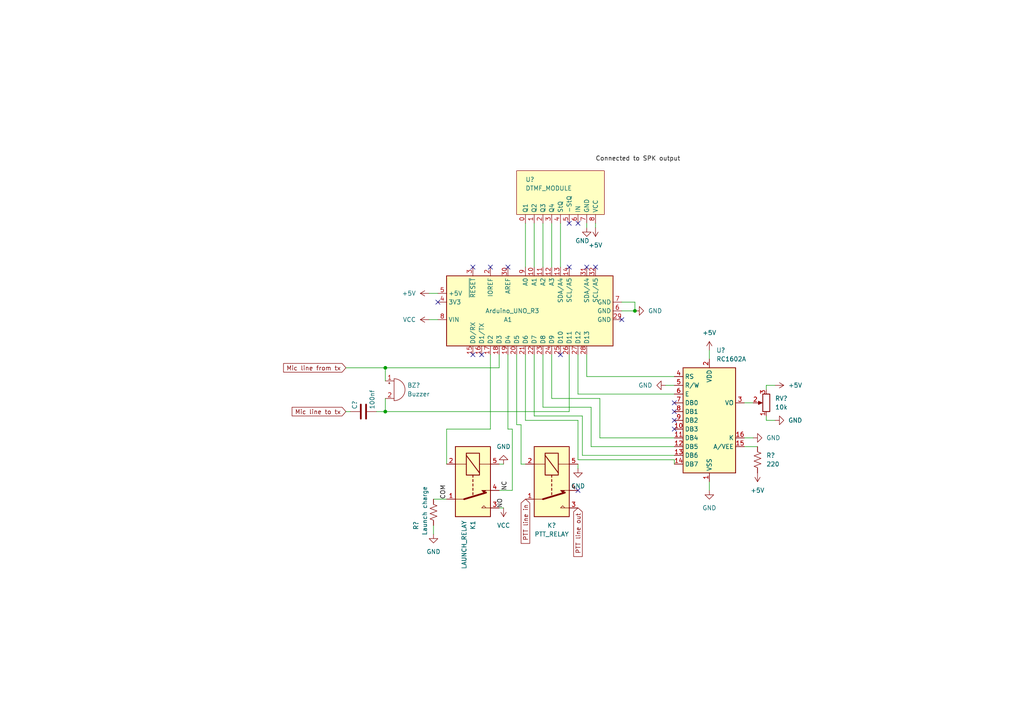
<source format=kicad_sch>
(kicad_sch (version 20211123) (generator eeschema)
  (paper "A4")
  (lib_symbols
    (symbol "Device:Buzzer" (pin_names (offset 0.0254) hide)
      (property "Reference" "BZ" (at 3.81 1.27 0))
      (property "Value" "Buzzer" (at 3.81 -1.27 0))
      (symbol "Buzzer_0_1"
        (arc (start 0 -3.175) (mid 3.175 0) (end 0 3.175))
        (polyline (pts (xy -1.651 1.905) (xy -1.143 1.905)))
        (polyline (pts (xy -1.397 2.159) (xy -1.397 1.651)))
        (polyline (pts (xy 0 3.175) (xy 0 -3.175)))
      )
      (symbol "Buzzer_1_1"
        (pin passive line (at -2.54 2.54 0) (length 2.54) (name "-") (number "1"))
        (pin passive line (at -2.54 -2.54 0) (length 2.54) (name "+") (number "2"))
      )
    )
    (symbol "Device:C" (pin_numbers hide) (pin_names (offset 0.254))
      (property "Reference" "C" (at 0.635 2.54 0))
      (property "Value" "C" (at 0.635 -2.54 0))
      (symbol "C_0_1"
        (polyline (pts (xy -2.032 -0.762) (xy 2.032 -0.762)) (stroke (width 0.508)))
        (polyline (pts (xy -2.032 0.762) (xy 2.032 0.762)) (stroke (width 0.508)))
      )
      (symbol "C_1_1"
        (pin passive line (at 0 3.81 270) (length 2.794) (name "~") (number "1"))
        (pin passive line (at 0 -3.81 90) (length 2.794) (name "~") (number "2"))
      )
    )
    (symbol "Device:R_Potentiometer" (pin_names (offset 1.016) hide)
      (property "Reference" "RV" (at -4.445 0 90))
      (property "Value" "R_Potentiometer" (at -2.54 0 90))
      (symbol "R_Potentiometer_0_1"
        (polyline (pts (xy 2.54 0) (xy 1.524 0)))
        (polyline (pts (xy 1.143 0) (xy 2.286 0.508) (xy 2.286 -0.508) (xy 1.143 0)) (fill (type outline)))
        (rectangle (start 1.016 2.54) (end -1.016 -2.54) (stroke (width 0.254)))
      )
      (symbol "R_Potentiometer_1_1"
        (pin passive line (at 0 3.81 270) (length 1.27) (name "1") (number "1"))
        (pin passive line (at 3.81 0 180) (length 1.27) (name "2") (number "2"))
        (pin passive line (at 0 -3.81 90) (length 1.27) (name "3") (number "3"))
      )
    )
    (symbol "Device:R_US" (pin_numbers hide) (pin_names (offset 0))
      (property "Reference" "R" (at 2.54 0 90))
      (property "Value" "R_US" (at -2.54 0 90))
      (symbol "R_US_0_1"
        (polyline (pts (xy 0 -2.286) (xy 0 -2.54)))
        (polyline (pts (xy 0 2.286) (xy 0 2.54)))
        (polyline (pts (xy 0 -0.762) (xy 1.016 -1.143) (xy 0 -1.524) (xy -1.016 -1.905) (xy 0 -2.286)))
        (polyline (pts (xy 0 0.762) (xy 1.016 0.381) (xy 0 0) (xy -1.016 -0.381) (xy 0 -0.762)))
        (polyline (pts (xy 0 2.286) (xy 1.016 1.905) (xy 0 1.524) (xy -1.016 1.143) (xy 0 0.762)))
      )
      (symbol "R_US_1_1"
        (pin passive line (at 0 3.81 270) (length 1.27) (name "~") (number "1"))
        (pin passive line (at 0 -3.81 90) (length 1.27) (name "~") (number "2"))
      )
    )
    (symbol "Display_Character:RC1602A"
      (property "Reference" "U" (at -6.35 16.51 0))
      (property "Value" "RC1602A" (at 2.794 16.51 0))
      (symbol "RC1602A_0_1"
        (rectangle (start -7.62 15.24) (end 7.62 -15.24) (stroke (width 0.254)) (fill (type background)))
      )
      (symbol "RC1602A_1_1"
        (pin power_in line (at 0 -17.78 90) (length 2.54) (name "VSS") (number "1"))
        (pin bidirectional line (at -10.16 -2.54 0) (length 2.54) (name "DB3") (number "10"))
        (pin bidirectional line (at -10.16 -5.08 0) (length 2.54) (name "DB4") (number "11"))
        (pin bidirectional line (at -10.16 -7.62 0) (length 2.54) (name "DB5") (number "12"))
        (pin bidirectional line (at -10.16 -10.16 0) (length 2.54) (name "DB6") (number "13"))
        (pin bidirectional line (at -10.16 -12.7 0) (length 2.54) (name "DB7") (number "14"))
        (pin power_in line (at 10.16 -7.62 180) (length 2.54) (name "A/VEE") (number "15"))
        (pin power_in line (at 10.16 -5.08 180) (length 2.54) (name "K") (number "16"))
        (pin power_in line (at 0 17.78 270) (length 2.54) (name "VDD") (number "2"))
        (pin power_in line (at 10.16 5.08 180) (length 2.54) (name "VO") (number "3"))
        (pin input line (at -10.16 12.7 0) (length 2.54) (name "RS") (number "4"))
        (pin input line (at -10.16 10.16 0) (length 2.54) (name "R/W") (number "5"))
        (pin input line (at -10.16 7.62 0) (length 2.54) (name "E") (number "6"))
        (pin bidirectional line (at -10.16 5.08 0) (length 2.54) (name "DB0") (number "7"))
        (pin bidirectional line (at -10.16 2.54 0) (length 2.54) (name "DB1") (number "8"))
        (pin bidirectional line (at -10.16 0 0) (length 2.54) (name "DB2") (number "9"))
      )
    )
    (symbol "Library:DTMF_MODULE"
      (property "Reference" "U" (at -8.89 1.27 0))
      (property "Value" "DTMF_MODULE" (at -3.81 3.81 0))
      (symbol "DTMF_MODULE_0_1"
        (rectangle (start 12.7 -6.35) (end -12.7 6.35) (fill (type background)))
      )
      (symbol "DTMF_MODULE_1_1"
        (pin output line (at -10.16 -8.89 90) (length 2.54) (name "Q1") (number "0"))
        (pin output line (at -7.62 -8.89 90) (length 2.54) (name "Q2") (number "1"))
        (pin output line (at -5.08 -8.89 90) (length 2.54) (name "Q3") (number "2"))
        (pin output line (at -2.54 -8.89 90) (length 2.54) (name "Q4") (number "3"))
        (pin output line (at 0 -8.89 90) (length 2.54) (name "StQ") (number "4"))
        (pin output line (at 2.54 -8.89 90) (length 2.54) (name "-StQ") (number "5"))
        (pin input line (at 5.08 -8.89 90) (length 2.54) (name "IN") (number "6"))
        (pin power_in line (at 7.62 -8.89 90) (length 2.54) (name "GND") (number "7"))
        (pin power_in line (at 10.16 -8.89 90) (length 2.54) (name "VCC") (number "8"))
      )
    )
    (symbol "MCU_Module:Arduino_UNO_R3"
      (property "Reference" "A" (at -10.16 23.495 0))
      (property "Value" "Arduino_UNO_R3" (at 5.08 -26.67 0))
      (symbol "Arduino_UNO_R3_0_1"
        (rectangle (start -10.16 22.86) (end 10.16 -25.4) (stroke (width 0.254)) (fill (type background)))
      )
      (symbol "Arduino_UNO_R3_1_1"
        (pin no_connect line (at -10.16 -20.32 0) (length 2.54) hide (name "NC") (number "1"))
        (pin bidirectional line (at 12.7 -2.54 180) (length 2.54) (name "A1") (number "10"))
        (pin bidirectional line (at 12.7 -5.08 180) (length 2.54) (name "A2") (number "11"))
        (pin bidirectional line (at 12.7 -7.62 180) (length 2.54) (name "A3") (number "12"))
        (pin bidirectional line (at 12.7 -10.16 180) (length 2.54) (name "SDA/A4") (number "13"))
        (pin bidirectional line (at 12.7 -12.7 180) (length 2.54) (name "SCL/A5") (number "14"))
        (pin bidirectional line (at -12.7 15.24 0) (length 2.54) (name "D0/RX") (number "15"))
        (pin bidirectional line (at -12.7 12.7 0) (length 2.54) (name "D1/TX") (number "16"))
        (pin bidirectional line (at -12.7 10.16 0) (length 2.54) (name "D2") (number "17"))
        (pin bidirectional line (at -12.7 7.62 0) (length 2.54) (name "D3") (number "18"))
        (pin bidirectional line (at -12.7 5.08 0) (length 2.54) (name "D4") (number "19"))
        (pin output line (at 12.7 10.16 180) (length 2.54) (name "IOREF") (number "2"))
        (pin bidirectional line (at -12.7 2.54 0) (length 2.54) (name "D5") (number "20"))
        (pin bidirectional line (at -12.7 0 0) (length 2.54) (name "D6") (number "21"))
        (pin bidirectional line (at -12.7 -2.54 0) (length 2.54) (name "D7") (number "22"))
        (pin bidirectional line (at -12.7 -5.08 0) (length 2.54) (name "D8") (number "23"))
        (pin bidirectional line (at -12.7 -7.62 0) (length 2.54) (name "D9") (number "24"))
        (pin bidirectional line (at -12.7 -10.16 0) (length 2.54) (name "D10") (number "25"))
        (pin bidirectional line (at -12.7 -12.7 0) (length 2.54) (name "D11") (number "26"))
        (pin bidirectional line (at -12.7 -15.24 0) (length 2.54) (name "D12") (number "27"))
        (pin bidirectional line (at -12.7 -17.78 0) (length 2.54) (name "D13") (number "28"))
        (pin power_in line (at -2.54 -27.94 90) (length 2.54) (name "GND") (number "29"))
        (pin input line (at 12.7 15.24 180) (length 2.54) (name "~{RESET}") (number "3"))
        (pin input line (at 12.7 5.08 180) (length 2.54) (name "AREF") (number "30"))
        (pin bidirectional line (at 12.7 -17.78 180) (length 2.54) (name "SDA/A4") (number "31"))
        (pin bidirectional line (at 12.7 -20.32 180) (length 2.54) (name "SCL/A5") (number "32"))
        (pin power_out line (at 2.54 25.4 270) (length 2.54) (name "3V3") (number "4"))
        (pin power_out line (at 5.08 25.4 270) (length 2.54) (name "+5V") (number "5"))
        (pin power_in line (at 0 -27.94 90) (length 2.54) (name "GND") (number "6"))
        (pin power_in line (at 2.54 -27.94 90) (length 2.54) (name "GND") (number "7"))
        (pin power_in line (at -2.54 25.4 270) (length 2.54) (name "VIN") (number "8"))
        (pin bidirectional line (at 12.7 0 180) (length 2.54) (name "A0") (number "9"))
      )
    )
    (symbol "Relay:SANYOU_SRD_Form_C"
      (property "Reference" "K" (at 11.43 3.81 0))
      (property "Value" "SANYOU_SRD_Form_C" (at 11.43 1.27 0))
      (symbol "SANYOU_SRD_Form_C_0_0"
        (polyline (pts (xy 7.62 5.08) (xy 7.62 2.54) (xy 6.985 3.175) (xy 7.62 3.81)))
      )
      (symbol "SANYOU_SRD_Form_C_0_1"
        (rectangle (start -10.16 5.08) (end 10.16 -5.08) (stroke (width 0.254)) (fill (type background)))
        (rectangle (start -8.255 1.905) (end -1.905 -1.905) (stroke (width 0.254)))
        (polyline (pts (xy -7.62 -1.905) (xy -2.54 1.905)) (stroke (width 0.254)))
        (polyline (pts (xy -5.08 -5.08) (xy -5.08 -1.905)))
        (polyline (pts (xy -5.08 5.08) (xy -5.08 1.905)))
        (polyline (pts (xy -1.905 0) (xy -1.27 0)) (stroke (width 0.254)))
        (polyline (pts (xy -0.635 0) (xy 0 0)) (stroke (width 0.254)))
        (polyline (pts (xy 0.635 0) (xy 1.27 0)) (stroke (width 0.254)))
        (polyline (pts (xy 1.905 0) (xy 2.54 0)) (stroke (width 0.254)))
        (polyline (pts (xy 3.175 0) (xy 3.81 0)) (stroke (width 0.254)))
        (polyline (pts (xy 5.08 -2.54) (xy 3.175 3.81)) (stroke (width 0.508)))
        (polyline (pts (xy 5.08 -2.54) (xy 5.08 -5.08)))
      )
      (symbol "SANYOU_SRD_Form_C_1_1"
        (polyline (pts (xy 2.54 3.81) (xy 3.175 3.175) (xy 2.54 2.54) (xy 2.54 5.08)) (fill (type outline)))
        (pin passive line (at 5.08 -7.62 90) (length 2.54) (name "~") (number "1"))
        (pin passive line (at -5.08 -7.62 90) (length 2.54) (name "~") (number "2"))
        (pin passive line (at 7.62 7.62 270) (length 2.54) (name "~") (number "3"))
        (pin passive line (at 2.54 7.62 270) (length 2.54) (name "~") (number "4"))
        (pin passive line (at -5.08 7.62 270) (length 2.54) (name "~") (number "5"))
      )
    )
    (symbol "power:+5V" (power) (pin_names (offset 0))
      (property "Value" "+5V" (at 0 3.556 0))
      (symbol "+5V_0_1"
        (polyline (pts (xy -0.762 1.27) (xy 0 2.54)))
        (polyline (pts (xy 0 0) (xy 0 2.54)))
        (polyline (pts (xy 0 2.54) (xy 0.762 1.27)))
      )
      (symbol "+5V_1_1"
        (pin power_in line (at 0 0 90) (length 0) hide (name "+5V") (number "1"))
      )
    )
    (symbol "power:GND" (power) (pin_names (offset 0))
      (property "Value" "GND" (at 0 -3.81 0))
      (symbol "GND_0_1"
        (polyline (pts (xy 0 0) (xy 0 -1.27) (xy 1.27 -1.27) (xy 0 -2.54) (xy -1.27 -1.27) (xy 0 -1.27)))
      )
      (symbol "GND_1_1"
        (pin power_in line (at 0 0 270) (length 0) hide (name "GND") (number "1"))
      )
    )
    (symbol "power:VCC" (power) (pin_names (offset 0))
      (property "Value" "VCC" (at 0 3.81 0))
      (symbol "VCC_0_1"
        (polyline (pts (xy -0.762 1.27) (xy 0 2.54)))
        (polyline (pts (xy 0 0) (xy 0 2.54)))
        (polyline (pts (xy 0 2.54) (xy 0.762 1.27)))
      )
      (symbol "VCC_1_1"
        (pin power_in line (at 0 0 90) (length 0) hide (name "VCC") (number "1"))
      )
    )
  )
  (junction (at 184.15 90.17))
  (junction (at 111.76 119.38))
  (junction (at 111.76 106.68))
  (no_connect (at 167.64 142.24))
  (no_connect (at 165.1 64.77))
  (no_connect (at 167.64 64.77))
  (no_connect (at 147.32 77.47))
  (no_connect (at 172.72 77.47))
  (no_connect (at 170.18 77.47))
  (no_connect (at 165.1 77.47))
  (no_connect (at 180.34 92.71))
  (no_connect (at 195.58 116.84))
  (no_connect (at 142.24 77.47))
  (no_connect (at 137.16 77.47))
  (no_connect (at 127 87.63))
  (no_connect (at 195.58 119.38))
  (no_connect (at 195.58 121.92))
  (no_connect (at 195.58 124.46))
  (no_connect (at 137.16 102.87))
  (no_connect (at 139.7 102.87))
  (no_connect (at 162.56 102.87))
  (wire (pts (xy 144.78 134.62) (xy 146.05 134.62)))
  (wire (pts (xy 148.59 124.46) (xy 148.59 142.24)))
  (wire (pts (xy 142.24 102.87) (xy 142.24 124.46)))
  (wire (pts (xy 124.46 85.09) (xy 127 85.09)))
  (wire (pts (xy 157.48 118.11) (xy 171.45 118.11)))
  (wire (pts (xy 144.78 106.68) (xy 111.76 106.68)))
  (wire (pts (xy 171.45 118.11) (xy 171.45 129.54)))
  (wire (pts (xy 167.64 121.92) (xy 167.64 133.35)))
  (wire (pts (xy 170.18 102.87) (xy 170.18 109.22)))
  (wire (pts (xy 147.32 124.46) (xy 148.59 124.46)))
  (wire (pts (xy 167.64 102.87) (xy 167.64 114.3)))
  (wire (pts (xy 129.54 124.46) (xy 129.54 134.62)))
  (wire (pts (xy 160.02 115.57) (xy 160.02 102.87)))
  (wire (pts (xy 170.18 109.22) (xy 195.58 109.22)))
  (wire (pts (xy 147.32 102.87) (xy 147.32 124.46)))
  (wire (pts (xy 160.02 64.77) (xy 160.02 77.47)))
  (wire (pts (xy 184.15 87.63) (xy 184.15 90.17)))
  (wire (pts (xy 215.9 127) (xy 218.44 127)))
  (wire (pts (xy 146.05 147.32) (xy 144.78 147.32)))
  (wire (pts (xy 152.4 102.87) (xy 152.4 121.92)))
  (wire (pts (xy 167.64 134.62) (xy 167.64 135.89)))
  (wire (pts (xy 180.34 90.17) (xy 184.15 90.17)))
  (wire (pts (xy 171.45 129.54) (xy 195.58 129.54)))
  (wire (pts (xy 167.64 114.3) (xy 195.58 114.3)))
  (wire (pts (xy 111.76 106.68) (xy 111.76 110.49)))
  (wire (pts (xy 180.34 87.63) (xy 184.15 87.63)))
  (wire (pts (xy 154.94 120.65) (xy 154.94 102.87)))
  (wire (pts (xy 165.1 102.87) (xy 165.1 119.38)))
  (wire (pts (xy 170.18 64.77) (xy 170.18 66.04)))
  (wire (pts (xy 154.94 64.77) (xy 154.94 77.47)))
  (wire (pts (xy 151.13 134.62) (xy 152.4 134.62)))
  (wire (pts (xy 168.91 132.08) (xy 168.91 120.65)))
  (wire (pts (xy 157.48 102.87) (xy 157.48 118.11)))
  (wire (pts (xy 215.9 116.84) (xy 218.44 116.84)))
  (wire (pts (xy 111.76 115.57) (xy 111.76 119.38)))
  (wire (pts (xy 172.72 64.77) (xy 172.72 66.04)))
  (wire (pts (xy 149.86 102.87) (xy 149.86 123.19)))
  (wire (pts (xy 165.1 119.38) (xy 111.76 119.38)))
  (wire (pts (xy 222.25 111.76) (xy 222.25 113.03)))
  (wire (pts (xy 195.58 133.35) (xy 195.58 134.62)))
  (wire (pts (xy 215.9 129.54) (xy 219.71 129.54)))
  (wire (pts (xy 142.24 124.46) (xy 129.54 124.46)))
  (wire (pts (xy 152.4 121.92) (xy 167.64 121.92)))
  (wire (pts (xy 144.78 102.87) (xy 144.78 106.68)))
  (wire (pts (xy 168.91 120.65) (xy 154.94 120.65)))
  (wire (pts (xy 125.73 144.78) (xy 129.54 144.78)))
  (wire (pts (xy 195.58 132.08) (xy 168.91 132.08)))
  (wire (pts (xy 100.33 106.68) (xy 111.76 106.68)))
  (wire (pts (xy 224.79 121.92) (xy 222.25 121.92)))
  (wire (pts (xy 205.74 101.6) (xy 205.74 104.14)))
  (wire (pts (xy 125.73 154.94) (xy 125.73 152.4)))
  (wire (pts (xy 224.79 111.76) (xy 222.25 111.76)))
  (wire (pts (xy 167.64 133.35) (xy 195.58 133.35)))
  (wire (pts (xy 144.78 142.24) (xy 148.59 142.24)))
  (wire (pts (xy 205.74 139.7) (xy 205.74 142.24)))
  (wire (pts (xy 151.13 123.19) (xy 151.13 134.62)))
  (wire (pts (xy 149.86 123.19) (xy 151.13 123.19)))
  (wire (pts (xy 222.25 121.92) (xy 222.25 120.65)))
  (wire (pts (xy 124.46 92.71) (xy 127 92.71)))
  (wire (pts (xy 162.56 64.77) (xy 162.56 77.47)))
  (wire (pts (xy 173.99 127) (xy 173.99 115.57)))
  (wire (pts (xy 109.22 119.38) (xy 111.76 119.38)))
  (wire (pts (xy 193.04 111.76) (xy 195.58 111.76)))
  (wire (pts (xy 152.4 64.77) (xy 152.4 77.47)))
  (wire (pts (xy 173.99 115.57) (xy 160.02 115.57)))
  (wire (pts (xy 195.58 127) (xy 173.99 127)))
  (wire (pts (xy 100.33 119.38) (xy 101.6 119.38)))
  (wire (pts (xy 157.48 64.77) (xy 157.48 77.47)))
  (label "NC" (at 147.32 142.24 90))
  (label "COM" (at 129.54 144.78 90))
  (label "Connected to SPK output" (at 172.72 46.99 0))
  (label "NO" (at 146.05 147.32 90))
  (global_label "PTT line in" (shape input) (at 152.4 144.78 270) (property "Intersheet References" "${INTERSHEET_REFS}" (effects hide)))
  (global_label "PTT line out" (shape input) (at 167.64 147.32 270) (property "Intersheet References" "${INTERSHEET_REFS}" (effects hide)))
  (global_label "Mic line from tx" (shape input) (at 100.33 106.68 180) (property "Intersheet References" "${INTERSHEET_REFS}" (effects hide)))
  (global_label "Mic line to tx" (shape input) (at 100.33 119.38 180) (property "Intersheet References" "${INTERSHEET_REFS}" (effects hide)))
  (symbol (lib_id "power:GND") (at 193.04 111.76 270) (unit 1)
    (property "Reference" "#PWR?" (effects hide))
    (property "Value" "GND" (at 189.23 111.7599 90) (effects (justify right)))
  )
  (symbol (lib_id "Display_Character:RC1602A") (at 205.74 121.92 0) (unit 1)
    (property "Reference" "U?" (at 207.7594 101.6 0) (effects (justify left)))
    (property "Value" "RC1602A" (at 207.7594 104.14 0) (effects (justify left)))
    (property "Footprint" "Display:RC1602A" (effects hide))
    (property "Datasheet" "http://www.raystar-optronics.com/down.php?ProID=18" (effects hide))
  )
  (symbol (lib_id "power:GND") (at 205.74 142.24 0) (unit 1)
    (property "Reference" "#PWR?" (effects hide))
    (property "Value" "GND" (at 205.74 147.32 0))
  )
  (symbol (lib_id "power:+5V") (at 172.72 66.04 180) (unit 1)
    (property "Reference" "#PWR?" (effects hide))
    (property "Value" "+5V" (at 172.72 71.12 0))
  )
  (symbol (lib_id "power:VCC") (at 124.46 92.71 90) (unit 1)
    (property "Reference" "#PWR?" (effects hide))
    (property "Value" "VCC" (at 120.65 92.7099 90) (effects (justify left)))
  )
  (symbol (lib_id "power:GND") (at 218.44 127 90) (unit 1)
    (property "Reference" "#PWR?" (effects hide))
    (property "Value" "GND" (at 222.25 126.9999 90) (effects (justify right)))
  )
  (symbol (lib_id "power:GND") (at 125.73 154.94 0) (unit 1)
    (property "Reference" "#PWR0103" (effects hide))
    (property "Value" "GND" (at 125.73 160.02 0))
  )
  (symbol (lib_id "power:GND") (at 146.05 134.62 180) (unit 1)
    (property "Reference" "#PWR?" (effects hide))
    (property "Value" "GND" (at 146.05 129.54 0))
  )
  (symbol (lib_id "Device:R_US") (at 219.71 133.35 0) (unit 1)
    (property "Reference" "R?" (at 222.25 132.0799 0) (effects (justify left)))
    (property "Value" "220" (at 222.25 134.6199 0) (effects (justify left)))
  )
  (symbol (lib_id "Library:DTMF_MODULE") (at 162.56 55.88 0) (unit 1)
    (property "Reference" "U?" (at 152.4 52.07 0) (effects (justify left)))
    (property "Value" "DTMF_MODULE" (at 152.4 54.61 0) (effects (justify left)))
  )
  (symbol (lib_id "power:+5V") (at 205.74 101.6 0) (unit 1)
    (property "Reference" "#PWR?" (effects hide))
    (property "Value" "+5V" (at 205.74 96.52 0))
  )
  (symbol (lib_id "Device:Buzzer") (at 114.3 113.03 0) (unit 1)
    (property "Reference" "BZ?" (at 118.11 111.7599 0) (effects (justify left)))
    (property "Value" "Buzzer" (at 118.11 114.2999 0) (effects (justify left)))
  )
  (symbol (lib_id "MCU_Module:Arduino_UNO_R3") (at 152.4 90.17 90) (unit 1)
    (property "Reference" "A1" (at 147.32 92.71 90))
    (property "Value" "Arduino_UNO_R3" (at 148.59 90.17 90))
    (property "Footprint" "Module:Arduino_UNO_R3" (effects hide))
    (property "Datasheet" "https://www.arduino.cc/en/Main/arduinoBoardUno" (effects hide))
  )
  (symbol (lib_id "power:GND") (at 167.64 135.89 0) (unit 1)
    (property "Reference" "#PWR?" (effects hide))
    (property "Value" "GND" (at 167.64 140.97 0))
  )
  (symbol (lib_id "power:VCC") (at 146.05 147.32 180) (unit 1)
    (property "Reference" "#PWR?" (effects hide))
    (property "Value" "VCC" (at 146.05 152.4 0))
  )
  (symbol (lib_id "power:GND") (at 170.18 66.04 0) (unit 1)
    (property "Reference" "#PWR?" (effects hide))
    (property "Value" "GND" (at 168.91 69.85 0))
  )
  (symbol (lib_id "power:+5V") (at 124.46 85.09 90) (unit 1)
    (property "Reference" "#PWR?" (effects hide))
    (property "Value" "+5V" (at 120.65 85.0899 90) (effects (justify left)))
  )
  (symbol (lib_id "Relay:SANYOU_SRD_Form_C") (at 137.16 139.7 270) (unit 1)
    (property "Reference" "K1" (at 137.16 153.67 0) (effects (justify right)))
    (property "Value" "LAUNCH_RELAY" (at 134.62 165.1 0) (effects (justify right)))
    (property "Footprint" "Relay_THT:Relay_SPDT_SANYOU_SRD_Series_Form_C" (effects hide))
    (property "Datasheet" "http://www.sanyourelay.ca/public/products/pdf/SRD.pdf" (effects hide))
  )
  (symbol (lib_id "power:GND") (at 184.15 90.17 90) (unit 1)
    (property "Reference" "#PWR?" (effects hide))
    (property "Value" "GND" (at 187.96 90.1699 90) (effects (justify right)))
  )
  (symbol (lib_id "power:GND") (at 224.79 121.92 90) (unit 1)
    (property "Reference" "#PWR?" (effects hide))
    (property "Value" "GND" (at 228.6 121.9199 90) (effects (justify right)))
  )
  (symbol (lib_id "Device:R_Potentiometer") (at 222.25 116.84 180) (unit 1)
    (property "Reference" "RV?" (at 224.79 115.5699 0) (effects (justify right)))
    (property "Value" "10k" (at 224.79 118.1099 0) (effects (justify right)))
  )
  (symbol (lib_id "power:+5V") (at 219.71 137.16 180) (unit 1)
    (property "Reference" "#PWR?" (effects hide))
    (property "Value" "+5V" (at 219.71 142.24 0))
  )
  (symbol (lib_id "power:+5V") (at 224.79 111.76 270) (unit 1)
    (property "Reference" "#PWR?" (effects hide))
    (property "Value" "+5V" (at 228.6 111.7599 90) (effects (justify left)))
  )
  (symbol (lib_id "Device:C") (at 105.41 119.38 90) (unit 1)
    (property "Reference" "C?" (at 102.87 118.745 0) (effects (justify left)))
    (property "Value" "100nf" (at 107.95 118.745 0) (effects (justify left)))
  )
  (symbol (lib_id "Device:R_US") (at 125.73 148.59 180) (unit 1)
    (property "Reference" "R?" (at 120.65 151.13 90) (effects (justify left)))
    (property "Value" "Launch charge" (at 123.19 140.97 90) (effects (justify left)))
  )
  (symbol (lib_id "Relay:SANYOU_SRD_Form_C") (at 160.02 139.7 270) (unit 1)
    (property "Reference" "K?" (at 160.02 152.4 90))
    (property "Value" "PTT_RELAY" (at 160.02 154.94 90))
    (property "Footprint" "Relay_THT:Relay_SPDT_SANYOU_SRD_Series_Form_C" (effects hide))
    (property "Datasheet" "http://www.sanyourelay.ca/public/products/pdf/SRD.pdf" (effects hide))
  )
)
</source>
